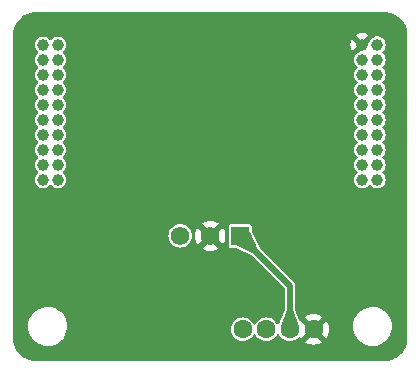
<source format=gbl>
G04 #@! TF.GenerationSoftware,KiCad,Pcbnew,7.0.5-0*
G04 #@! TF.CreationDate,2024-11-07T14:34:30-08:00*
G04 #@! TF.ProjectId,IMU Mount,494d5520-4d6f-4756-9e74-2e6b69636164,rev?*
G04 #@! TF.SameCoordinates,PX5f5e100PY5f5e100*
G04 #@! TF.FileFunction,Copper,L2,Bot*
G04 #@! TF.FilePolarity,Positive*
%FSLAX46Y46*%
G04 Gerber Fmt 4.6, Leading zero omitted, Abs format (unit mm)*
G04 Created by KiCad (PCBNEW 7.0.5-0) date 2024-11-07 14:34:30*
%MOMM*%
%LPD*%
G01*
G04 APERTURE LIST*
G04 #@! TA.AperFunction,ComponentPad*
%ADD10R,1.574803X1.574803*%
G04 #@! TD*
G04 #@! TA.AperFunction,ComponentPad*
%ADD11C,1.574803*%
G04 #@! TD*
G04 #@! TA.AperFunction,ComponentPad*
%ADD12C,1.600000*%
G04 #@! TD*
G04 #@! TA.AperFunction,ComponentPad*
%ADD13C,1.000000*%
G04 #@! TD*
G04 #@! TA.AperFunction,ViaPad*
%ADD14C,0.900000*%
G04 #@! TD*
G04 #@! TA.AperFunction,Conductor*
%ADD15C,0.500000*%
G04 #@! TD*
G04 APERTURE END LIST*
D10*
X18890005Y11050000D03*
D11*
X16350000Y11050000D03*
X13809995Y11050000D03*
D12*
X25100000Y3150000D03*
X23100000Y3150000D03*
X21100000Y3150000D03*
X19100000Y3150000D03*
D13*
X29229998Y15809983D03*
X30500000Y15809983D03*
X29229998Y17079985D03*
X30500000Y17079985D03*
X29229998Y18349988D03*
X30500000Y18349988D03*
X29229998Y19619990D03*
X30500000Y19619990D03*
X29229998Y20889993D03*
X30500000Y20889993D03*
X29229998Y22159995D03*
X30500000Y22159995D03*
X29229998Y23429998D03*
X30500000Y23429998D03*
X29229998Y24700000D03*
X30500000Y24700000D03*
X29229998Y25970003D03*
X30500000Y25970003D03*
X29229998Y27240005D03*
X30500000Y27240005D03*
X2200000Y15800000D03*
X3470002Y15800000D03*
X2200000Y17070002D03*
X3470002Y17070002D03*
X2200000Y18340005D03*
X3470002Y18340005D03*
X2200000Y19610007D03*
X3470002Y19610007D03*
X2200000Y20880010D03*
X3470002Y20880010D03*
X2200000Y22150012D03*
X3470002Y22150012D03*
X2200000Y23420015D03*
X3470002Y23420015D03*
X2200000Y24690017D03*
X3470002Y24690017D03*
X2200000Y25960020D03*
X3470002Y25960020D03*
X2200000Y27230022D03*
X3470002Y27230022D03*
D14*
X29800000Y28850000D03*
X23550000Y20350000D03*
X2900000Y28850000D03*
D15*
X23100000Y6840005D02*
X18890005Y11050000D01*
X23100000Y3150000D02*
X23100000Y6840005D01*
G04 #@! TA.AperFunction,Conductor*
G36*
X23350188Y4746573D02*
G01*
X23352859Y4742437D01*
X23835099Y3466742D01*
X23834819Y3457792D01*
X23828645Y3451801D01*
X23104490Y3150866D01*
X23095536Y3150856D01*
X22371353Y3451802D01*
X22365029Y3458140D01*
X22364900Y3466740D01*
X22847141Y4742438D01*
X22853272Y4748964D01*
X22858085Y4750000D01*
X23341915Y4750000D01*
X23350188Y4746573D01*
G37*
G04 #@! TD.AperFunction*
G04 #@! TA.AperFunction,Conductor*
G36*
X19676227Y11371958D02*
G01*
X19682240Y11366311D01*
X20407270Y9890112D01*
X20407841Y9881175D01*
X20405041Y9876681D01*
X20063324Y9534964D01*
X20055051Y9531537D01*
X20049893Y9532735D01*
X18573695Y10257765D01*
X18567780Y10264488D01*
X18568039Y10272733D01*
X18887443Y11046217D01*
X18893764Y11052552D01*
X19667272Y11371967D01*
X19676227Y11371958D01*
G37*
G04 #@! TD.AperFunction*
G04 #@! TA.AperFunction,Conductor*
G36*
X31102018Y30020333D02*
G01*
X31292495Y30007850D01*
X31350407Y30004054D01*
X31358444Y30002996D01*
X31600574Y29954832D01*
X31608411Y29952732D01*
X31721044Y29914498D01*
X31842182Y29873377D01*
X31849676Y29870274D01*
X32071108Y29761075D01*
X32078121Y29757025D01*
X32283392Y29619864D01*
X32289829Y29614925D01*
X32475404Y29452177D01*
X32475432Y29452153D01*
X32481172Y29446412D01*
X32643943Y29260804D01*
X32648886Y29254363D01*
X32786038Y29049094D01*
X32790098Y29042063D01*
X32899280Y28820656D01*
X32902387Y28813155D01*
X32981739Y28579385D01*
X32983840Y28571543D01*
X33031998Y28329418D01*
X33033057Y28321369D01*
X33049367Y28072468D01*
X33049500Y28068413D01*
X33049500Y2430847D01*
X33049498Y2430829D01*
X33049499Y2402028D01*
X33049366Y2397972D01*
X33033098Y2149589D01*
X33032038Y2141539D01*
X33018005Y2070974D01*
X32983885Y1899404D01*
X32981785Y1891568D01*
X32902434Y1657787D01*
X32899330Y1650293D01*
X32790146Y1428879D01*
X32786086Y1421847D01*
X32648934Y1216578D01*
X32643991Y1210137D01*
X32481216Y1024525D01*
X32475475Y1018784D01*
X32289863Y856009D01*
X32283422Y851066D01*
X32078153Y713914D01*
X32071121Y709854D01*
X32033725Y691413D01*
X31849702Y600668D01*
X31842213Y597566D01*
X31722747Y557016D01*
X31608432Y518215D01*
X31600596Y516115D01*
X31499908Y496092D01*
X31358461Y467962D01*
X31350411Y466902D01*
X31102028Y450633D01*
X31097972Y450501D01*
X31058941Y450503D01*
X31058927Y450500D01*
X1602038Y450500D01*
X1597982Y450633D01*
X1349591Y466913D01*
X1341542Y467973D01*
X1099420Y516135D01*
X1091581Y518236D01*
X857799Y597594D01*
X850321Y600691D01*
X628901Y709883D01*
X621870Y713942D01*
X416602Y851098D01*
X410166Y856036D01*
X224551Y1018815D01*
X218812Y1024554D01*
X200785Y1045110D01*
X56033Y1210170D01*
X51101Y1216598D01*
X-86059Y1421871D01*
X-90116Y1428897D01*
X-199313Y1650329D01*
X-202405Y1657794D01*
X-281769Y1891592D01*
X-283864Y1899414D01*
X-332030Y2141556D01*
X-333088Y2149593D01*
X-334031Y2163976D01*
X-343869Y2314091D01*
X-349367Y2397982D01*
X-349500Y2402038D01*
X-349500Y3400000D01*
X944396Y3400000D01*
X964778Y3141010D01*
X1025427Y2888390D01*
X1124843Y2648377D01*
X1124845Y2648373D01*
X1124846Y2648372D01*
X1260588Y2426860D01*
X1429311Y2229311D01*
X1626860Y2060588D01*
X1848372Y1924846D01*
X1848374Y1924846D01*
X1848376Y1924844D01*
X1909693Y1899446D01*
X2088390Y1825427D01*
X2341006Y1764779D01*
X2600000Y1744396D01*
X2858994Y1764779D01*
X3111610Y1825427D01*
X3351628Y1924846D01*
X3573140Y2060588D01*
X3770689Y2229311D01*
X3939412Y2426860D01*
X4075154Y2648372D01*
X4174573Y2888390D01*
X4235221Y3141006D01*
X4255604Y3400000D01*
X4235221Y3658994D01*
X4174573Y3911610D01*
X4111879Y4062965D01*
X4075156Y4151624D01*
X4072878Y4155341D01*
X3939412Y4373140D01*
X3770689Y4570689D01*
X3573140Y4739412D01*
X3351628Y4875154D01*
X3351627Y4875155D01*
X3351623Y4875157D01*
X3172141Y4949500D01*
X3111610Y4974573D01*
X3111611Y4974573D01*
X2973921Y5007630D01*
X2858994Y5035221D01*
X2858992Y5035222D01*
X2858991Y5035222D01*
X2624189Y5053701D01*
X2600000Y5055604D01*
X2599999Y5055604D01*
X2341009Y5035222D01*
X2088389Y4974573D01*
X1848376Y4875157D01*
X1626859Y4739412D01*
X1429311Y4570689D01*
X1260588Y4373141D01*
X1124843Y4151624D01*
X1025427Y3911611D01*
X964778Y3658991D01*
X944396Y3400000D01*
X-349500Y3400000D01*
X-349500Y11050000D01*
X12817314Y11050000D01*
X12836387Y10856340D01*
X12845713Y10825597D01*
X12892877Y10670117D01*
X12954078Y10555618D01*
X12984613Y10498493D01*
X13108063Y10348069D01*
X13258487Y10224619D01*
X13258491Y10224616D01*
X13430112Y10132882D01*
X13616333Y10076393D01*
X13809995Y10057319D01*
X14003657Y10076393D01*
X14189878Y10132882D01*
X14361499Y10224616D01*
X14511926Y10348069D01*
X14635379Y10498496D01*
X14727113Y10670117D01*
X14783602Y10856338D01*
X14802676Y11049999D01*
X15057681Y11049999D01*
X15077313Y10825597D01*
X15077315Y10825586D01*
X15135614Y10608009D01*
X15135618Y10608000D01*
X15230818Y10403841D01*
X15280020Y10333574D01*
X15858859Y10912414D01*
X15881309Y10835956D01*
X15960598Y10712581D01*
X16071433Y10616542D01*
X16204836Y10555618D01*
X16208625Y10555074D01*
X15633572Y9980022D01*
X15703842Y9930818D01*
X15907999Y9835619D01*
X15908008Y9835615D01*
X16125585Y9777316D01*
X16125596Y9777314D01*
X16349998Y9757681D01*
X16350002Y9757681D01*
X16574403Y9777314D01*
X16574414Y9777316D01*
X16791991Y9835615D01*
X16792000Y9835619D01*
X16996161Y9930820D01*
X17066425Y9980022D01*
X16803601Y10242846D01*
X17902103Y10242846D01*
X17913734Y10184369D01*
X17913735Y10184368D01*
X17958050Y10118046D01*
X18024372Y10073731D01*
X18024373Y10073730D01*
X18082850Y10062099D01*
X18082853Y10062098D01*
X18082855Y10062098D01*
X18477126Y10062098D01*
X18531790Y10049399D01*
X19931636Y9361869D01*
X19964650Y9338251D01*
X22613180Y6689721D01*
X22646665Y6628398D01*
X22649499Y6602040D01*
X22649500Y4823429D01*
X22641489Y4779583D01*
X22208630Y3634517D01*
X22166512Y3578769D01*
X22100941Y3554641D01*
X22032734Y3569794D01*
X21983547Y3619417D01*
X21983406Y3619679D01*
X21935910Y3708538D01*
X21858807Y3802488D01*
X21810883Y3860884D01*
X21658539Y3985910D01*
X21658532Y3985914D01*
X21484733Y4078812D01*
X21484727Y4078814D01*
X21296132Y4136024D01*
X21296129Y4136025D01*
X21100000Y4155341D01*
X20903870Y4136025D01*
X20715266Y4078812D01*
X20541467Y3985914D01*
X20541460Y3985910D01*
X20389116Y3860884D01*
X20264090Y3708540D01*
X20264085Y3708533D01*
X20209358Y3606144D01*
X20160396Y3556299D01*
X20092258Y3540839D01*
X20026578Y3564671D01*
X19990642Y3606144D01*
X19935914Y3708533D01*
X19935909Y3708540D01*
X19810883Y3860884D01*
X19658539Y3985910D01*
X19658532Y3985914D01*
X19484733Y4078812D01*
X19484727Y4078814D01*
X19296132Y4136024D01*
X19296129Y4136025D01*
X19100000Y4155341D01*
X18903870Y4136025D01*
X18715266Y4078812D01*
X18541467Y3985914D01*
X18541460Y3985910D01*
X18389116Y3860884D01*
X18264090Y3708540D01*
X18264086Y3708533D01*
X18171188Y3534734D01*
X18113975Y3346130D01*
X18094659Y3150000D01*
X18113975Y2953871D01*
X18123218Y2923401D01*
X18161729Y2796447D01*
X18171188Y2765267D01*
X18264086Y2591468D01*
X18264090Y2591461D01*
X18389116Y2439117D01*
X18541460Y2314091D01*
X18541467Y2314087D01*
X18715266Y2221189D01*
X18715269Y2221189D01*
X18715273Y2221186D01*
X18903868Y2163976D01*
X19100000Y2144659D01*
X19296132Y2163976D01*
X19484727Y2221186D01*
X19658538Y2314090D01*
X19810883Y2439117D01*
X19935910Y2591462D01*
X19966332Y2648377D01*
X19990642Y2693857D01*
X20039604Y2743701D01*
X20107742Y2759162D01*
X20173421Y2735330D01*
X20209358Y2693857D01*
X20264086Y2591468D01*
X20264090Y2591461D01*
X20389116Y2439117D01*
X20541460Y2314091D01*
X20541467Y2314087D01*
X20715266Y2221189D01*
X20715269Y2221189D01*
X20715273Y2221186D01*
X20903868Y2163976D01*
X21100000Y2144659D01*
X21296132Y2163976D01*
X21484727Y2221186D01*
X21658538Y2314090D01*
X21810883Y2439117D01*
X21935910Y2591462D01*
X21966332Y2648377D01*
X21990642Y2693857D01*
X22039604Y2743701D01*
X22107742Y2759162D01*
X22173421Y2735330D01*
X22209358Y2693857D01*
X22264086Y2591468D01*
X22264090Y2591461D01*
X22389116Y2439117D01*
X22541460Y2314091D01*
X22541467Y2314087D01*
X22715266Y2221189D01*
X22715269Y2221189D01*
X22715273Y2221186D01*
X22903868Y2163976D01*
X23100000Y2144659D01*
X23296132Y2163976D01*
X23484727Y2221186D01*
X23658538Y2314090D01*
X23810883Y2439117D01*
X23810884Y2439118D01*
X23815051Y2444195D01*
X23872795Y2483531D01*
X23942640Y2485404D01*
X24002409Y2449218D01*
X24012481Y2436656D01*
X24020972Y2424529D01*
X24020974Y2424528D01*
X24616922Y3020477D01*
X24640507Y2940156D01*
X24718239Y2819202D01*
X24826900Y2725048D01*
X24957685Y2665320D01*
X24967466Y2663914D01*
X24374526Y2070975D01*
X24374526Y2070974D01*
X24447512Y2019869D01*
X24447516Y2019867D01*
X24653673Y1923735D01*
X24653682Y1923731D01*
X24873389Y1864861D01*
X24873400Y1864859D01*
X25099998Y1845034D01*
X25100002Y1845034D01*
X25326599Y1864859D01*
X25326610Y1864861D01*
X25546317Y1923731D01*
X25546331Y1923736D01*
X25752478Y2019864D01*
X25825472Y2070975D01*
X25232534Y2663914D01*
X25242315Y2665320D01*
X25373100Y2725048D01*
X25481761Y2819202D01*
X25559493Y2940156D01*
X25583076Y3020477D01*
X26179025Y2424528D01*
X26230136Y2497522D01*
X26326264Y2703669D01*
X26326269Y2703683D01*
X26385139Y2923390D01*
X26385141Y2923401D01*
X26404966Y3149998D01*
X26404966Y3150003D01*
X26385141Y3376600D01*
X26385139Y3376611D01*
X26378872Y3400001D01*
X28444396Y3400001D01*
X28464778Y3141010D01*
X28525427Y2888390D01*
X28624843Y2648377D01*
X28624845Y2648373D01*
X28624846Y2648372D01*
X28760588Y2426860D01*
X28929311Y2229311D01*
X29126860Y2060588D01*
X29348372Y1924846D01*
X29348374Y1924846D01*
X29348376Y1924844D01*
X29409693Y1899446D01*
X29588390Y1825427D01*
X29841006Y1764779D01*
X30100000Y1744396D01*
X30358994Y1764779D01*
X30611610Y1825427D01*
X30851628Y1924846D01*
X31073140Y2060588D01*
X31270689Y2229311D01*
X31439412Y2426860D01*
X31575154Y2648372D01*
X31674573Y2888390D01*
X31735221Y3141006D01*
X31755604Y3400000D01*
X31735221Y3658994D01*
X31674573Y3911610D01*
X31611879Y4062965D01*
X31575156Y4151624D01*
X31572878Y4155341D01*
X31439412Y4373140D01*
X31270689Y4570689D01*
X31073140Y4739412D01*
X30851628Y4875154D01*
X30851627Y4875155D01*
X30851623Y4875157D01*
X30672141Y4949500D01*
X30611610Y4974573D01*
X30611611Y4974573D01*
X30473921Y5007630D01*
X30358994Y5035221D01*
X30358992Y5035222D01*
X30358991Y5035222D01*
X30100000Y5055604D01*
X29841009Y5035222D01*
X29588389Y4974573D01*
X29348376Y4875157D01*
X29126859Y4739412D01*
X28929311Y4570689D01*
X28760588Y4373141D01*
X28624843Y4151624D01*
X28525427Y3911611D01*
X28464778Y3658991D01*
X28444396Y3400001D01*
X26378872Y3400001D01*
X26326269Y3596318D01*
X26326265Y3596327D01*
X26230133Y3802484D01*
X26230131Y3802488D01*
X26179026Y3875474D01*
X26179025Y3875474D01*
X25583076Y3279525D01*
X25559493Y3359844D01*
X25481761Y3480798D01*
X25373100Y3574952D01*
X25242315Y3634680D01*
X25232533Y3636087D01*
X25825472Y4229026D01*
X25825471Y4229027D01*
X25752483Y4280134D01*
X25752481Y4280135D01*
X25546326Y4376266D01*
X25546317Y4376270D01*
X25326610Y4435140D01*
X25326599Y4435142D01*
X25100002Y4454966D01*
X25099998Y4454966D01*
X24873400Y4435142D01*
X24873389Y4435140D01*
X24653682Y4376270D01*
X24653673Y4376266D01*
X24447513Y4280132D01*
X24374527Y4229028D01*
X24374526Y4229027D01*
X24967467Y3636087D01*
X24957685Y3634680D01*
X24826900Y3574952D01*
X24718239Y3480798D01*
X24640507Y3359844D01*
X24616923Y3279524D01*
X24020973Y3875474D01*
X23997726Y3873439D01*
X23929226Y3887205D01*
X23879043Y3935820D01*
X23870936Y3953106D01*
X23558509Y4779586D01*
X23550500Y4823423D01*
X23550500Y6811223D01*
X23550889Y6818162D01*
X23555270Y6857040D01*
X23544416Y6914398D01*
X23544037Y6916638D01*
X23535348Y6974290D01*
X23535348Y6974292D01*
X23535346Y6974296D01*
X23532833Y6982444D01*
X23530021Y6990482D01*
X23502770Y7042041D01*
X23501724Y7044112D01*
X23476425Y7096648D01*
X23471624Y7103689D01*
X23466567Y7110540D01*
X23466566Y7110543D01*
X23425331Y7151778D01*
X23423722Y7153448D01*
X23384053Y7196201D01*
X23376790Y7201993D01*
X23377310Y7202646D01*
X23365070Y7212039D01*
X20601755Y9975354D01*
X20578136Y10008370D01*
X19890607Y11408216D01*
X19877907Y11462881D01*
X19877907Y11857153D01*
X19877906Y11857155D01*
X19866275Y11915632D01*
X19866274Y11915633D01*
X19821959Y11981955D01*
X19755637Y12026270D01*
X19755636Y12026271D01*
X19697159Y12037902D01*
X19697155Y12037902D01*
X18082855Y12037902D01*
X18082850Y12037902D01*
X18024373Y12026271D01*
X18024372Y12026270D01*
X17958050Y11981955D01*
X17913735Y11915633D01*
X17913734Y11915632D01*
X17902103Y11857155D01*
X17902103Y10242846D01*
X16803601Y10242846D01*
X16491373Y10555074D01*
X16495164Y10555618D01*
X16628567Y10616542D01*
X16739402Y10712581D01*
X16818691Y10835956D01*
X16841140Y10912414D01*
X17419978Y10333575D01*
X17469180Y10403839D01*
X17564381Y10608000D01*
X17564385Y10608009D01*
X17622684Y10825586D01*
X17622686Y10825597D01*
X17642319Y11049999D01*
X17642319Y11050002D01*
X17622686Y11274404D01*
X17622684Y11274415D01*
X17564385Y11491992D01*
X17564381Y11492001D01*
X17469181Y11696159D01*
X17469180Y11696161D01*
X17419979Y11766428D01*
X17419978Y11766428D01*
X16841139Y11187589D01*
X16818691Y11264044D01*
X16739402Y11387419D01*
X16628567Y11483458D01*
X16495164Y11544382D01*
X16491372Y11544928D01*
X17066426Y12119980D01*
X16996159Y12169182D01*
X16792000Y12264382D01*
X16791991Y12264386D01*
X16574414Y12322685D01*
X16574403Y12322687D01*
X16350002Y12342319D01*
X16349998Y12342319D01*
X16125596Y12322687D01*
X16125585Y12322685D01*
X15908008Y12264386D01*
X15907999Y12264383D01*
X15703838Y12169180D01*
X15633573Y12119981D01*
X15633572Y12119980D01*
X16208625Y11544927D01*
X16204836Y11544382D01*
X16071433Y11483458D01*
X15960598Y11387419D01*
X15881309Y11264044D01*
X15858860Y11187589D01*
X15280020Y11766428D01*
X15280019Y11766428D01*
X15230820Y11696162D01*
X15135617Y11492001D01*
X15135614Y11491992D01*
X15077315Y11274415D01*
X15077313Y11274404D01*
X15057681Y11050002D01*
X15057681Y11049999D01*
X14802676Y11049999D01*
X14802676Y11050000D01*
X14783602Y11243662D01*
X14727113Y11429883D01*
X14635379Y11601504D01*
X14635376Y11601508D01*
X14511926Y11751932D01*
X14361502Y11875382D01*
X14361500Y11875383D01*
X14361499Y11875384D01*
X14189878Y11967118D01*
X14096767Y11995363D01*
X14003655Y12023608D01*
X13831151Y12040598D01*
X13809995Y12042681D01*
X13809994Y12042681D01*
X13616334Y12023608D01*
X13430109Y11967117D01*
X13258487Y11875382D01*
X13108063Y11751932D01*
X12984613Y11601508D01*
X12892878Y11429886D01*
X12836387Y11243661D01*
X12817314Y11050000D01*
X-349500Y11050000D01*
X-349500Y15800001D01*
X1494355Y15800001D01*
X1514859Y15631131D01*
X1514860Y15631126D01*
X1575182Y15472069D01*
X1624506Y15400612D01*
X1671817Y15332071D01*
X1777505Y15238440D01*
X1799150Y15219264D01*
X1930752Y15150194D01*
X1949775Y15140210D01*
X2114944Y15099500D01*
X2285056Y15099500D01*
X2450225Y15140210D01*
X2529692Y15181919D01*
X2600849Y15219264D01*
X2600850Y15219266D01*
X2600852Y15219266D01*
X2728183Y15332071D01*
X2732948Y15338976D01*
X2787226Y15382966D01*
X2856674Y15390630D01*
X2919241Y15359531D01*
X2937047Y15338983D01*
X2941816Y15332074D01*
X3069152Y15219264D01*
X3200754Y15150194D01*
X3219777Y15140210D01*
X3384946Y15099500D01*
X3555058Y15099500D01*
X3720227Y15140210D01*
X3799694Y15181919D01*
X3870851Y15219264D01*
X3870852Y15219266D01*
X3870854Y15219266D01*
X3998185Y15332071D01*
X4094820Y15472070D01*
X4155142Y15631128D01*
X4175647Y15800000D01*
X4174435Y15809984D01*
X28524353Y15809984D01*
X28544857Y15641114D01*
X28544858Y15641109D01*
X28605180Y15482052D01*
X28661395Y15400612D01*
X28701815Y15342054D01*
X28807503Y15248423D01*
X28829148Y15229247D01*
X28979771Y15150194D01*
X28979773Y15150193D01*
X29144942Y15109483D01*
X29315054Y15109483D01*
X29480223Y15150193D01*
X29559690Y15191902D01*
X29630847Y15229247D01*
X29630848Y15229249D01*
X29630850Y15229249D01*
X29758181Y15342054D01*
X29762949Y15348963D01*
X29817231Y15392952D01*
X29886679Y15400612D01*
X29949245Y15369509D01*
X29967047Y15348965D01*
X29971817Y15342054D01*
X30075494Y15250204D01*
X30099150Y15229247D01*
X30249773Y15150194D01*
X30249775Y15150193D01*
X30414944Y15109483D01*
X30585056Y15109483D01*
X30750225Y15150193D01*
X30829692Y15191902D01*
X30900849Y15229247D01*
X30900850Y15229249D01*
X30900852Y15229249D01*
X31028183Y15342054D01*
X31124818Y15482053D01*
X31185140Y15641111D01*
X31205645Y15809983D01*
X31185140Y15978855D01*
X31124818Y16137913D01*
X31028183Y16277912D01*
X30944362Y16352170D01*
X30907237Y16411358D01*
X30908005Y16481223D01*
X30944362Y16537798D01*
X31028183Y16612056D01*
X31124818Y16752055D01*
X31185140Y16911113D01*
X31205645Y17079985D01*
X31185140Y17248857D01*
X31124818Y17407915D01*
X31028183Y17547914D01*
X30944361Y17622173D01*
X30907236Y17681361D01*
X30908004Y17751226D01*
X30944362Y17807801D01*
X31028183Y17882059D01*
X31124818Y18022058D01*
X31185140Y18181116D01*
X31205645Y18349988D01*
X31185140Y18518860D01*
X31124818Y18677918D01*
X31028183Y18817917D01*
X31028181Y18817919D01*
X30944364Y18892175D01*
X30907237Y18951364D01*
X30908005Y19021230D01*
X30944363Y19077804D01*
X31028183Y19152061D01*
X31124818Y19292060D01*
X31185140Y19451118D01*
X31205645Y19619990D01*
X31185140Y19788862D01*
X31124818Y19947920D01*
X31028183Y20087919D01*
X30944361Y20162178D01*
X30907236Y20221366D01*
X30908004Y20291231D01*
X30944362Y20347806D01*
X31028183Y20422064D01*
X31124818Y20562063D01*
X31185140Y20721121D01*
X31205645Y20889993D01*
X31185140Y21058865D01*
X31124818Y21217923D01*
X31028183Y21357922D01*
X30944362Y21432180D01*
X30907237Y21491368D01*
X30908005Y21561233D01*
X30944362Y21617808D01*
X31028183Y21692066D01*
X31124818Y21832065D01*
X31185140Y21991123D01*
X31205645Y22159995D01*
X31185140Y22328867D01*
X31124818Y22487925D01*
X31028183Y22627924D01*
X30944361Y22702183D01*
X30907236Y22761371D01*
X30908004Y22831236D01*
X30944362Y22887811D01*
X31028183Y22962069D01*
X31124818Y23102068D01*
X31185140Y23261126D01*
X31205645Y23429998D01*
X31185140Y23598870D01*
X31124818Y23757928D01*
X31028183Y23897927D01*
X30944362Y23972185D01*
X30907237Y24031373D01*
X30908005Y24101238D01*
X30944362Y24157813D01*
X31028183Y24232071D01*
X31124818Y24372070D01*
X31185140Y24531128D01*
X31205645Y24700000D01*
X31185140Y24868872D01*
X31124818Y25027930D01*
X31028183Y25167929D01*
X30944361Y25242188D01*
X30907236Y25301376D01*
X30908004Y25371241D01*
X30944362Y25427816D01*
X31028183Y25502074D01*
X31124818Y25642073D01*
X31185140Y25801131D01*
X31205645Y25970003D01*
X31185140Y26138875D01*
X31124818Y26297933D01*
X31028183Y26437932D01*
X30944362Y26512190D01*
X30907237Y26571378D01*
X30908005Y26641243D01*
X30944362Y26697818D01*
X31028183Y26772076D01*
X31124818Y26912075D01*
X31185140Y27071133D01*
X31205645Y27240005D01*
X31185140Y27408877D01*
X31124818Y27567935D01*
X31028183Y27707934D01*
X30900852Y27820739D01*
X30900849Y27820742D01*
X30750226Y27899795D01*
X30585056Y27940505D01*
X30414944Y27940505D01*
X30249773Y27899795D01*
X30099150Y27820742D01*
X29971816Y27707933D01*
X29875181Y27567935D01*
X29875178Y27567929D01*
X29862442Y27534346D01*
X29834182Y27490638D01*
X29554992Y27211448D01*
X29554992Y27297310D01*
X29515793Y27405009D01*
X29442123Y27492806D01*
X29342867Y27550111D01*
X29258434Y27564999D01*
X29201562Y27564999D01*
X29117129Y27550111D01*
X29017873Y27492806D01*
X28944203Y27405009D01*
X28905004Y27297310D01*
X28905004Y27182700D01*
X28944203Y27075001D01*
X29017873Y26987204D01*
X29117129Y26929899D01*
X29201562Y26915011D01*
X29258434Y26915011D01*
X29258583Y26915038D01*
X29229998Y26886452D01*
X28979577Y26636032D01*
X28949522Y26613917D01*
X28829152Y26550742D01*
X28829148Y26550739D01*
X28701814Y26437931D01*
X28605180Y26297935D01*
X28544858Y26138878D01*
X28544857Y26138873D01*
X28524353Y25970003D01*
X28544857Y25801134D01*
X28544858Y25801129D01*
X28605180Y25642072D01*
X28661395Y25560632D01*
X28701815Y25502074D01*
X28785635Y25427817D01*
X28822761Y25368628D01*
X28821993Y25298763D01*
X28785634Y25242187D01*
X28701816Y25167931D01*
X28605180Y25027932D01*
X28544858Y24868875D01*
X28544857Y24868870D01*
X28524353Y24700000D01*
X28544857Y24531131D01*
X28544858Y24531126D01*
X28605180Y24372069D01*
X28661395Y24290629D01*
X28701814Y24232072D01*
X28701816Y24232070D01*
X28785633Y24157814D01*
X28822760Y24098625D01*
X28821992Y24028759D01*
X28785633Y23972184D01*
X28701816Y23897929D01*
X28605180Y23757930D01*
X28544858Y23598873D01*
X28544857Y23598868D01*
X28524353Y23429998D01*
X28544857Y23261129D01*
X28544858Y23261124D01*
X28605180Y23102067D01*
X28661395Y23020627D01*
X28701815Y22962069D01*
X28785635Y22887812D01*
X28822761Y22828623D01*
X28821993Y22758758D01*
X28785634Y22702182D01*
X28701816Y22627926D01*
X28605180Y22487927D01*
X28544858Y22328870D01*
X28544857Y22328865D01*
X28524353Y22159996D01*
X28544857Y21991126D01*
X28544858Y21991121D01*
X28605180Y21832064D01*
X28661395Y21750624D01*
X28701814Y21692067D01*
X28701816Y21692065D01*
X28785633Y21617809D01*
X28822760Y21558620D01*
X28821992Y21488754D01*
X28785633Y21432179D01*
X28701816Y21357924D01*
X28605180Y21217925D01*
X28544858Y21058868D01*
X28544857Y21058863D01*
X28524353Y20889993D01*
X28544857Y20721124D01*
X28544858Y20721119D01*
X28605180Y20562062D01*
X28661395Y20480622D01*
X28701815Y20422064D01*
X28785635Y20347807D01*
X28822761Y20288618D01*
X28821993Y20218753D01*
X28785634Y20162177D01*
X28701816Y20087921D01*
X28605180Y19947922D01*
X28544858Y19788865D01*
X28544857Y19788860D01*
X28524353Y19619990D01*
X28544857Y19451121D01*
X28544858Y19451116D01*
X28605180Y19292059D01*
X28661395Y19210619D01*
X28701815Y19152061D01*
X28785634Y19077804D01*
X28822760Y19018616D01*
X28821992Y18948751D01*
X28785634Y18892175D01*
X28701814Y18817917D01*
X28605180Y18677920D01*
X28544858Y18518863D01*
X28544857Y18518858D01*
X28524353Y18349989D01*
X28544857Y18181119D01*
X28544858Y18181114D01*
X28605180Y18022057D01*
X28661395Y17940617D01*
X28701815Y17882059D01*
X28785635Y17807802D01*
X28822761Y17748613D01*
X28821993Y17678748D01*
X28785634Y17622172D01*
X28701816Y17547916D01*
X28605180Y17407917D01*
X28544858Y17248860D01*
X28544857Y17248855D01*
X28524353Y17079985D01*
X28544857Y16911116D01*
X28544858Y16911111D01*
X28605180Y16752054D01*
X28661395Y16670614D01*
X28701814Y16612057D01*
X28701816Y16612055D01*
X28785633Y16537799D01*
X28822760Y16478610D01*
X28821992Y16408744D01*
X28785633Y16352169D01*
X28701816Y16277914D01*
X28605180Y16137915D01*
X28544858Y15978858D01*
X28544857Y15978853D01*
X28524353Y15809984D01*
X4174435Y15809984D01*
X4155142Y15968872D01*
X4094820Y16127930D01*
X3998185Y16267929D01*
X3998183Y16267931D01*
X3914366Y16342187D01*
X3877239Y16401376D01*
X3878007Y16471242D01*
X3914365Y16527816D01*
X3998185Y16602073D01*
X4094820Y16742072D01*
X4155142Y16901130D01*
X4175647Y17070002D01*
X4155142Y17238874D01*
X4094820Y17397932D01*
X3998185Y17537931D01*
X3914363Y17612190D01*
X3877238Y17671378D01*
X3878006Y17741243D01*
X3914364Y17797818D01*
X3998185Y17872076D01*
X4094820Y18012075D01*
X4155142Y18171133D01*
X4175647Y18340005D01*
X4155142Y18508877D01*
X4094820Y18667935D01*
X3998185Y18807934D01*
X3914364Y18882192D01*
X3877239Y18941380D01*
X3878007Y19011245D01*
X3914364Y19067820D01*
X3998185Y19142078D01*
X4094820Y19282077D01*
X4155142Y19441135D01*
X4175647Y19610007D01*
X4155142Y19778879D01*
X4094820Y19937937D01*
X3998185Y20077936D01*
X3914363Y20152195D01*
X3877238Y20211383D01*
X3878006Y20281248D01*
X3914364Y20337823D01*
X3998185Y20412081D01*
X4094820Y20552080D01*
X4155142Y20711138D01*
X4175647Y20880010D01*
X4155142Y21048882D01*
X4094820Y21207940D01*
X3998185Y21347939D01*
X3914364Y21422197D01*
X3877239Y21481385D01*
X3878007Y21551250D01*
X3914364Y21607825D01*
X3998185Y21682083D01*
X4094820Y21822082D01*
X4155142Y21981140D01*
X4175647Y22150012D01*
X4155142Y22318884D01*
X4094820Y22477942D01*
X3998185Y22617941D01*
X3914363Y22692200D01*
X3877238Y22751388D01*
X3878006Y22821253D01*
X3914364Y22877828D01*
X3998185Y22952086D01*
X4094820Y23092085D01*
X4155142Y23251143D01*
X4175647Y23420015D01*
X4155142Y23588887D01*
X4094820Y23747945D01*
X3998185Y23887944D01*
X3914364Y23962202D01*
X3877239Y24021390D01*
X3878007Y24091255D01*
X3914364Y24147830D01*
X3998185Y24222088D01*
X4094820Y24362087D01*
X4155142Y24521145D01*
X4175647Y24690017D01*
X4155142Y24858889D01*
X4094820Y25017947D01*
X3998185Y25157946D01*
X3914363Y25232205D01*
X3877238Y25291393D01*
X3878006Y25361258D01*
X3914364Y25417833D01*
X3998185Y25492091D01*
X4094820Y25632090D01*
X4155142Y25791148D01*
X4175647Y25960020D01*
X4155142Y26128892D01*
X4094820Y26287950D01*
X3998185Y26427949D01*
X3998183Y26427951D01*
X3914366Y26502207D01*
X3877239Y26561396D01*
X3878007Y26631262D01*
X3914365Y26687836D01*
X3998185Y26762093D01*
X4094820Y26902092D01*
X4155142Y27061150D01*
X4175647Y27230022D01*
X4174435Y27240006D01*
X28225159Y27240006D01*
X28244466Y27043975D01*
X28301650Y26855467D01*
X28367920Y26731483D01*
X28876444Y27240005D01*
X28876444Y27240006D01*
X28367920Y27748529D01*
X28301650Y27624544D01*
X28244466Y27436036D01*
X28225159Y27240006D01*
X4174435Y27240006D01*
X4155142Y27398894D01*
X4094820Y27557952D01*
X4087933Y27567929D01*
X4060478Y27607704D01*
X3998185Y27697951D01*
X3870854Y27810756D01*
X3870851Y27810759D01*
X3720228Y27889812D01*
X3555058Y27930522D01*
X3384946Y27930522D01*
X3219775Y27889812D01*
X3069152Y27810759D01*
X2941817Y27697950D01*
X2937049Y27691041D01*
X2882765Y27647052D01*
X2813316Y27639395D01*
X2750752Y27670500D01*
X2732953Y27691041D01*
X2728184Y27697950D01*
X2600849Y27810759D01*
X2450226Y27889812D01*
X2285056Y27930522D01*
X2114944Y27930522D01*
X1949773Y27889812D01*
X1799150Y27810759D01*
X1671816Y27697950D01*
X1575182Y27557954D01*
X1514860Y27398897D01*
X1514859Y27398892D01*
X1494355Y27230023D01*
X1514859Y27061153D01*
X1514860Y27061148D01*
X1575182Y26902091D01*
X1607365Y26855467D01*
X1671817Y26762093D01*
X1755636Y26687836D01*
X1792762Y26628648D01*
X1791994Y26558783D01*
X1755636Y26502207D01*
X1671816Y26427949D01*
X1575182Y26287952D01*
X1514860Y26128895D01*
X1514859Y26128890D01*
X1494355Y25960021D01*
X1514859Y25791151D01*
X1514860Y25791146D01*
X1575182Y25632089D01*
X1624506Y25560632D01*
X1671817Y25492091D01*
X1755637Y25417834D01*
X1792763Y25358645D01*
X1791995Y25288780D01*
X1755636Y25232204D01*
X1671818Y25157948D01*
X1575182Y25017949D01*
X1514860Y24858892D01*
X1514859Y24858887D01*
X1494355Y24690017D01*
X1514859Y24521148D01*
X1514860Y24521143D01*
X1575182Y24362086D01*
X1631397Y24280646D01*
X1671816Y24222089D01*
X1671818Y24222087D01*
X1755635Y24147831D01*
X1792762Y24088642D01*
X1791994Y24018776D01*
X1755635Y23962201D01*
X1671818Y23887946D01*
X1575182Y23747947D01*
X1514860Y23588890D01*
X1514859Y23588885D01*
X1494355Y23420015D01*
X1514859Y23251146D01*
X1514860Y23251141D01*
X1575182Y23092084D01*
X1624506Y23020627D01*
X1671817Y22952086D01*
X1755637Y22877829D01*
X1792763Y22818640D01*
X1791995Y22748775D01*
X1755636Y22692199D01*
X1671818Y22617943D01*
X1575182Y22477944D01*
X1514860Y22318887D01*
X1514859Y22318882D01*
X1494355Y22150012D01*
X1514859Y21981143D01*
X1514860Y21981138D01*
X1575182Y21822081D01*
X1631396Y21740642D01*
X1671816Y21682084D01*
X1671818Y21682082D01*
X1755635Y21607826D01*
X1792762Y21548637D01*
X1791994Y21478771D01*
X1755635Y21422196D01*
X1671818Y21347941D01*
X1575182Y21207942D01*
X1514860Y21048885D01*
X1514859Y21048880D01*
X1494355Y20880010D01*
X1514859Y20711141D01*
X1514860Y20711136D01*
X1575182Y20552079D01*
X1624506Y20480622D01*
X1671817Y20412081D01*
X1755637Y20337824D01*
X1792763Y20278635D01*
X1791995Y20208770D01*
X1755636Y20152194D01*
X1671818Y20077938D01*
X1575182Y19937939D01*
X1514860Y19778882D01*
X1514859Y19778877D01*
X1494355Y19610007D01*
X1514859Y19441138D01*
X1514860Y19441133D01*
X1575182Y19282076D01*
X1631396Y19200637D01*
X1671816Y19142079D01*
X1671818Y19142077D01*
X1755635Y19067821D01*
X1792762Y19008632D01*
X1791994Y18938766D01*
X1755635Y18882191D01*
X1671818Y18807936D01*
X1575182Y18667937D01*
X1514860Y18508880D01*
X1514859Y18508875D01*
X1494355Y18340006D01*
X1514859Y18171136D01*
X1514860Y18171131D01*
X1575182Y18012074D01*
X1624506Y17940617D01*
X1671817Y17872076D01*
X1755637Y17797819D01*
X1792763Y17738630D01*
X1791995Y17668765D01*
X1755636Y17612189D01*
X1671818Y17537933D01*
X1575182Y17397934D01*
X1514860Y17238877D01*
X1514859Y17238872D01*
X1494355Y17070002D01*
X1514859Y16901133D01*
X1514860Y16901128D01*
X1575182Y16742071D01*
X1624506Y16670614D01*
X1671817Y16602073D01*
X1755636Y16527816D01*
X1792762Y16468628D01*
X1791994Y16398763D01*
X1755636Y16342187D01*
X1671816Y16267929D01*
X1575182Y16127932D01*
X1514860Y15968875D01*
X1514859Y15968870D01*
X1494355Y15800001D01*
X-349500Y15800001D01*
X-349500Y28068934D01*
X-349367Y28072988D01*
X-347461Y28102082D01*
X28721473Y28102082D01*
X29229996Y27593559D01*
X29229997Y27593559D01*
X29738520Y28102083D01*
X29738520Y28102084D01*
X29614536Y28168353D01*
X29426028Y28225537D01*
X29229997Y28244844D01*
X29033967Y28225537D01*
X28845459Y28168353D01*
X28721474Y28102083D01*
X28721473Y28102082D01*
X-347461Y28102082D01*
X-333092Y28321373D01*
X-332035Y28329409D01*
X-283872Y28571561D01*
X-281775Y28579385D01*
X-202420Y28813171D01*
X-199313Y28820669D01*
X-120830Y28979822D01*
X-90125Y29042087D01*
X-86069Y29049111D01*
X-32397Y29129441D01*
X51093Y29254394D01*
X56025Y29260821D01*
X218804Y29446438D01*
X224532Y29452167D01*
X410157Y29614958D01*
X416587Y29619891D01*
X447787Y29640739D01*
X621869Y29757060D01*
X628868Y29761101D01*
X850315Y29870308D01*
X857797Y29873406D01*
X1091593Y29952770D01*
X1099401Y29954862D01*
X1341555Y30003030D01*
X1349580Y30004087D01*
X1597455Y30020334D01*
X1601504Y30020466D01*
X1616408Y30020466D01*
X31083592Y30020466D01*
X31097962Y30020466D01*
X31102018Y30020333D01*
G37*
G04 #@! TD.AperFunction*
M02*

</source>
